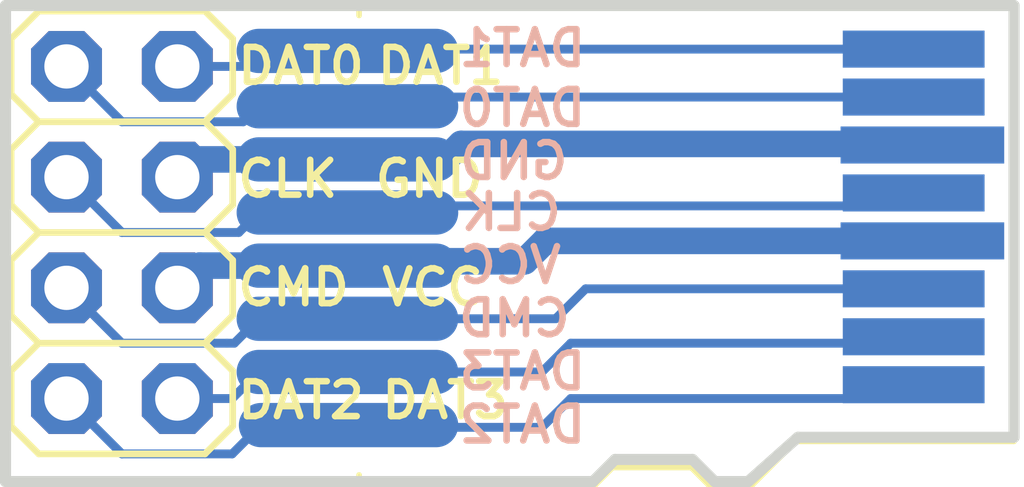
<source format=kicad_pcb>
(kicad_pcb (version 20240108) (generator "pcbnew") (generator_version "8.0")
  (layers (0 "F.Cu" signal) (1 "In1.Cu" signal) (2 "In2.Cu" signal) (3 "In3.Cu" signal) (4 "In4.Cu" signal) (5 "In5.Cu" signal) (6 "In6.Cu" signal) (7 "In7.Cu" signal) (8 "In8.Cu" signal) (9 "In9.Cu" signal) (10 "In10.Cu" signal) (11 "In11.Cu" signal) (12 "In12.Cu" signal) (13 "In13.Cu" signal) (14 "In14.Cu" signal) (31 "B.Cu" signal) (34 "B.Paste" user) (35 "F.Paste" user) (36 "B.SilkS" user "B.Silkscreen") (37 "F.SilkS" user "F.Silkscreen") (38 "B.Mask" user) (39 "F.Mask" user) (44 "Edge.Cuts" user))
  (net 0 "")
  (net 1 "VCC")
  (net 2 "DAT1")
  (net 3 "DAT0")
  (net 4 "CLK")
  (net 5 "CMD")
  (net 6 "CD/DAT3")
  (net 7 "DAT2")
  (net 8 "GND")
  (footprint "SparkFun_MicroSD_Sniffer:SPARKFUN_MICRO-SDCARD" (layer "F.Cu") (at 160.0581 109.7026 90)
    (property "Reference" "U1" (hide yes))
    (property "Value" "SPARKFUN_MICRO-SDCARD" (hide yes))
    (fp_line (start 9.9314 -15.0114) (end 10.16 -15.0114) (stroke (width 0.127)) (layer "F.SilkS"))
    (fp_line (start -0.8382 -15.0114) (end -0.6096 -15.0114) (stroke (width 0.127)) (layer "F.SilkS"))
    (fp_line (start -0.84 -15) (end -0.84 -9.6) (stroke (width 0.127)) (layer "F.SilkS"))
    (fp_line (start -0.84 -9.6) (end -0.44 -9.2) (stroke (width 0.127)) (layer "F.SilkS"))
    (fp_line (start -0.44 -9.2) (end -0.44 -7.4) (stroke (width 0.127)) (layer "F.SilkS"))
    (fp_line (start -0.44 -7.4) (end -0.84 -7) (stroke (width 0.127)) (layer "F.SilkS"))
    (fp_line (start -0.84 -7) (end -0.84 -6) (stroke (width 0.127)) (layer "F.SilkS"))
    (fp_line (start -0.84 -6) (end 0.16 -5) (stroke (width 0.127)) (layer "F.SilkS"))
    (fp_line (start 0.16 -5) (end 0.16 0) (stroke (width 0.127)) (layer "F.SilkS"))
    (fp_line (start 10.16 0) (end 10.16 -15) (stroke (width 0.127)) (layer "F.SilkS"))
    (fp_line (start 0.16 0) (end 10.16 0) (stroke (width 0.127)) (layer "F.SilkS"))
    (pad "CD/DAT3" smd rect (at 2.56 -2.3 90) (size 0.85 3.25) (layers "B.Cu" "B.Paste" "B.Mask") (net 6 "CD/DAT3"))
    (pad "CLK" smd rect (at 5.86 -2.3 90) (size 0.85 3.25) (layers "B.Cu" "B.Paste" "B.Mask") (net 4 "CLK"))
    (pad "CMD" smd rect (at 3.66 -2.3 90) (size 0.85 3.25) (layers "B.Cu" "B.Paste" "B.Mask") (net 5 "CMD"))
    (pad "DAT0" smd rect (at 8.06 -2.3 90) (size 0.85 3.25) (layers "B.Cu" "B.Paste" "B.Mask") (net 3 "DAT0"))
    (pad "DAT1" smd rect (at 9.16 -2.3 90) (size 0.85 3.25) (layers "B.Cu" "B.Paste" "B.Mask") (net 2 "DAT1"))
    (pad "DAT2" smd rect (at 1.46 -2.3 90) (size 0.85 3.25) (layers "B.Cu" "B.Paste" "B.Mask") (net 7 "DAT2"))
    (pad "GND" smd rect (at 6.96 -2.1 270) (size 0.85 3.75) (layers "B.Cu" "B.Paste" "B.Mask") (net 8 "GND"))
    (pad "VCC" smd rect (at 4.76 -2.1 90) (size 0.85 3.75) (layers "B.Cu" "B.Paste" "B.Mask") (net 1 "VCC"))
  )
  (footprint "SparkFun_MicroSD_Sniffer:2X04" (layer "F.Cu") (at 139.6111 104.7496 -90)
    (property "Reference" "JP1" (hide yes))
    (property "Value" "" (hide yes))
    (fp_line (start -4.445 2.54) (end -3.175 2.54) (stroke (width 0.1524)) (layer "F.SilkS"))
    (fp_line (start -3.175 2.54) (end -2.54 1.905) (stroke (width 0.1524)) (layer "F.SilkS"))
    (fp_line (start -1.905 2.54) (end -0.635 2.54) (stroke (width 0.1524)) (layer "F.SilkS"))
    (fp_line (start -0.635 2.54) (end 0 1.905) (stroke (width 0.1524)) (layer "F.SilkS"))
    (fp_line (start 0.635 2.54) (end 1.905 2.54) (stroke (width 0.1524)) (layer "F.SilkS"))
    (fp_line (start 1.905 2.54) (end 2.54 1.905) (stroke (width 0.1524)) (layer "F.SilkS"))
    (fp_line (start 3.175 2.54) (end 4.445 2.54) (stroke (width 0.1524)) (layer "F.SilkS"))
    (fp_line (start 4.445 2.54) (end 5.08 1.905) (stroke (width 0.1524)) (layer "F.SilkS"))
    (fp_line (start -5.08 1.905) (end -4.445 2.54) (stroke (width 0.1524)) (layer "F.SilkS"))
    (fp_line (start -5.08 1.905) (end -5.08 -1.905) (stroke (width 0.1524)) (layer "F.SilkS"))
    (fp_line (start -2.54 1.905) (end -1.905 2.54) (stroke (width 0.1524)) (layer "F.SilkS"))
    (fp_line (start 0 1.905) (end 0.635 2.54) (stroke (width 0.1524)) (layer "F.SilkS"))
    (fp_line (start 2.54 1.905) (end 3.175 2.54) (stroke (width 0.1524)) (layer "F.SilkS"))
    (fp_line (start -5.08 -1.905) (end -4.445 -2.54) (stroke (width 0.1524)) (layer "F.SilkS"))
    (fp_line (start -2.54 -1.905) (end -2.54 1.905) (stroke (width 0.1524)) (layer "F.SilkS"))
    (fp_line (start -2.54 -1.905) (end -1.905 -2.54) (stroke (width 0.1524)) (layer "F.SilkS"))
    (fp_line (start 0 -1.905) (end 0 1.905) (stroke (width 0.1524)) (layer "F.SilkS"))
    (fp_line (start 0 -1.905) (end 0.635 -2.54) (stroke (width 0.1524)) (layer "F.SilkS"))
    (fp_line (start 2.54 -1.905) (end 2.54 1.905) (stroke (width 0.1524)) (layer "F.SilkS"))
    (fp_line (start 2.54 -1.905) (end 3.175 -2.54) (stroke (width 0.1524)) (layer "F.SilkS"))
    (fp_line (start 5.08 -1.905) (end 5.08 1.905) (stroke (width 0.1524)) (layer "F.SilkS"))
    (fp_line (start -4.445 -2.54) (end -3.175 -2.54) (stroke (width 0.1524)) (layer "F.SilkS"))
    (fp_line (start -3.175 -2.54) (end -2.54 -1.905) (stroke (width 0.1524)) (layer "F.SilkS"))
    (fp_line (start -1.905 -2.54) (end -0.635 -2.54) (stroke (width 0.1524)) (layer "F.SilkS"))
    (fp_line (start -0.635 -2.54) (end 0 -1.905) (stroke (width 0.1524)) (layer "F.SilkS"))
    (fp_line (start 0.635 -2.54) (end 1.905 -2.54) (stroke (width 0.1524)) (layer "F.SilkS"))
    (fp_line (start 1.905 -2.54) (end 2.54 -1.905) (stroke (width 0.1524)) (layer "F.SilkS"))
    (fp_line (start 3.175 -2.54) (end 4.445 -2.54) (stroke (width 0.1524)) (layer "F.SilkS"))
    (fp_line (start 4.445 -2.54) (end 5.08 -1.905) (stroke (width 0.1524)) (layer "F.SilkS"))
    (pad "1" thru_hole roundrect (at -3.81 1.27 270) (size 1.6256 1.6256) (drill 1.016) (layers "*.Cu" "*.Mask") (chamfer_ratio 0.25) (chamfer top_left top_right bottom_left bottom_right) (net 3 "DAT0"))
    (pad "2" thru_hole roundrect (at -3.81 -1.27 270) (size 1.6256 1.6256) (drill 1.016) (layers "*.Cu" "*.Mask") (chamfer_ratio 0.25) (chamfer top_left top_right bottom_left bottom_right) (net 2 "DAT1"))
    (pad "3" thru_hole roundrect (at -1.27 1.27 270) (size 1.6256 1.6256) (drill 1.016) (layers "*.Cu" "*.Mask") (chamfer_ratio 0.25) (chamfer top_left top_right bottom_left bottom_right) (net 4 "CLK"))
    (pad "4" thru_hole roundrect (at -1.27 -1.27 270) (size 1.6256 1.6256) (drill 1.016) (layers "*.Cu" "*.Mask") (chamfer_ratio 0.25) (chamfer top_left top_right bottom_left bottom_right) (net 8 "GND"))
    (pad "5" thru_hole roundrect (at 1.27 1.27 270) (size 1.6256 1.6256) (drill 1.016) (layers "*.Cu" "*.Mask") (chamfer_ratio 0.25) (chamfer top_left top_right bottom_left bottom_right) (net 5 "CMD"))
    (pad "6" thru_hole roundrect (at 1.27 -1.27 270) (size 1.6256 1.6256) (drill 1.016) (layers "*.Cu" "*.Mask") (chamfer_ratio 0.25) (chamfer top_left top_right bottom_left bottom_right) (net 1 "VCC"))
    (pad "7" thru_hole roundrect (at 3.81 1.27 270) (size 1.6256 1.6256) (drill 1.016) (layers "*.Cu" "*.Mask") (chamfer_ratio 0.25) (chamfer top_left top_right bottom_left bottom_right) (net 7 "DAT2"))
    (pad "8" thru_hole roundrect (at 3.81 -1.27 270) (size 1.6256 1.6256) (drill 1.016) (layers "*.Cu" "*.Mask") (chamfer_ratio 0.25) (chamfer top_left top_right bottom_left bottom_right) (net 6 "CD/DAT3"))
  )
  (gr_line (start 152.6921 109.9566) (end 150.9141 109.9566) (stroke (width 0.254)) (layer "Edge.Cuts"))
  (gr_line (start 160.0581 109.4486) (end 155.1051 109.4486) (stroke (width 0.254)) (layer "Edge.Cuts"))
  (gr_line (start 150.4061 110.4646) (end 136.9441 110.4646) (stroke (width 0.254)) (layer "Edge.Cuts"))
  (gr_line (start 153.2001 110.4646) (end 152.6921 109.9566) (stroke (width 0.254)) (layer "Edge.Cuts"))
  (gr_line (start 160.0581 99.5426) (end 136.9441 99.5426) (stroke (width 0.254)) (layer "Edge.Cuts"))
  (gr_line (start 150.9141 109.9566) (end 150.4061 110.4646) (stroke (width 0.254)) (layer "Edge.Cuts"))
  (gr_line (start 155.1051 109.4486) (end 153.9621 110.4646) (stroke (width 0.254)) (layer "Edge.Cuts"))
  (gr_line (start 136.9441 110.4646) (end 136.9441 99.5426) (stroke (width 0.254)) (layer "Edge.Cuts"))
  (gr_line (start 153.9621 110.4646) (end 153.2001 110.4646) (stroke (width 0.254)) (layer "Edge.Cuts"))
  (gr_line (start 160.0581 99.5426) (end 160.0581 109.4486) (stroke (width 0.254)) (layer "Edge.Cuts"))
  (gr_text "DAT1" (at 150.3172 100.9904 0) (layer "B.SilkS") (effects (font (size 0.8 0.8)) (justify left bottom mirror)))
  (gr_text "DAT0" (at 150.3172 102.362 0) (layer "B.SilkS") (effects (font (size 0.8 0.8)) (justify left bottom mirror)))
  (gr_text "CMD" (at 149.9616 107.188 0) (layer "B.SilkS") (effects (font (size 0.8 0.8)) (justify left bottom mirror)))
  (gr_text "DAT3" (at 150.3172 108.4072 0) (layer "B.SilkS") (effects (font (size 0.8 0.8)) (justify left bottom mirror)))
  (gr_text "CLK" (at 149.7584 104.7496 0) (layer "B.SilkS") (effects (font (size 0.8 0.8)) (justify left bottom mirror)))
  (gr_text "GND" (at 149.9108 103.5812 0) (layer "B.SilkS") (effects (font (size 0.8 0.8)) (justify left bottom mirror)))
  (gr_text "VCC" (at 149.7584 105.9688 0) (layer "B.SilkS") (effects (font (size 0.8 0.8)) (justify left bottom mirror)))
  (gr_text "DAT2" (at 150.3172 109.6264 0) (layer "B.SilkS") (effects (font (size 0.8 0.8)) (justify left bottom mirror)))
  (gr_text "DAT0" (at 142.1892 101.3968 0) (layer "F.SilkS") (effects (font (size 0.8 0.8)) (justify left bottom)))
  (gr_text "GND" (at 145.3388 103.9876 0) (layer "F.SilkS") (effects (font (size 0.8 0.8)) (justify left bottom)))
  (gr_text "VCC" (at 145.4912 106.4768 0) (layer "F.SilkS") (effects (font (size 0.8 0.8)) (justify left bottom)))
  (gr_text "CLK" (at 142.1892 103.9876 0) (layer "F.SilkS") (effects (font (size 0.8 0.8)) (justify left bottom)))
  (gr_text "CMD" (at 142.1892 106.4768 0) (layer "F.SilkS") (effects (font (size 0.8 0.8)) (justify left bottom)))
  (gr_text "DAT1" (at 145.3896 101.3968 0) (layer "F.SilkS") (effects (font (size 0.8 0.8)) (justify left bottom)))
  (gr_text "DAT2" (at 142.1892 109.0676 0) (layer "F.SilkS") (effects (font (size 0.8 0.8)) (justify left bottom)))
  (gr_text "DAT3" (at 145.4912 109.0676 0) (layer "F.SilkS") (effects (font (size 0.8 0.8)) (justify left bottom)))
  (segment (start 146.812 105.51016) (end 142.748 105.51016) (width 1.016) (layer "B.Cu") (net 1))
  (segment (start 141.39054 105.51016) (end 142.748 105.51016) (width 0.6096) (layer "B.Cu") (net 1))
  (segment (start 149.3114 104.9426) (end 157.9581 104.9426) (width 0.6096) (layer "B.Cu") (net 1))
  (segment (start 148.844 105.41) (end 149.3114 104.9426) (width 0.6096) (layer "B.Cu") (net 1))
  (segment (start 140.8811 106.0196) (end 141.39054 105.51016) (width 0.6096) (layer "B.Cu") (net 1))
  (segment (start 146.812 105.41) (end 148.844 105.41) (width 0.6096) (layer "B.Cu") (net 1))
  (segment (start 142.748 100.584) (end 142.3924 100.9396) (width 0.2032) (layer "B.Cu") (net 2))
  (segment (start 146.8534 100.5426) (end 157.7581 100.5426) (width 0.2032) (layer "B.Cu") (net 2))
  (segment (start 146.812 100.584) (end 146.8534 100.5426) (width 0.2032) (layer "B.Cu") (net 2))
  (segment (start 142.3924 100.9396) (end 140.8811 100.9396) (width 0.2032) (layer "B.Cu") (net 2))
  (segment (start 146.812 100.584) (end 142.748 100.584) (width 1.016) (layer "B.Cu") (net 2))
  (segment (start 142.748 101.854) (end 142.3924 102.2096) (width 0.2032) (layer "B.Cu") (net 3))
  (segment (start 146.812 101.854) (end 147.0234 101.6426) (width 0.2032) (layer "B.Cu") (net 3))
  (segment (start 139.6111 102.2096) (end 138.3411 100.9396) (width 0.2032) (layer "B.Cu") (net 3))
  (segment (start 147.0234 101.6426) (end 157.7581 101.6426) (width 0.2032) (layer "B.Cu") (net 3))
  (segment (start 142.3924 102.2096) (end 139.6111 102.2096) (width 0.2032) (layer "B.Cu") (net 3))
  (segment (start 142.748 101.854) (end 146.812 101.854) (width 1.016) (layer "B.Cu") (net 3))
  (segment (start 157.7581 103.8426) (end 157.4607 104.14) (width 0.2032) (layer "B.Cu") (net 4))
  (segment (start 142.28984 104.7496) (end 139.6111 104.7496) (width 0.2032) (layer "B.Cu") (net 4))
  (segment (start 139.6111 104.7496) (end 138.3411 103.4796) (width 0.2032) (layer "B.Cu") (net 4))
  (segment (start 142.748 104.29144) (end 142.28984 104.7496) (width 0.2032) (layer "B.Cu") (net 4))
  (segment (start 157.4607 104.14) (end 146.96344 104.14) (width 0.2032) (layer "B.Cu") (net 4))
  (segment (start 146.96344 104.14) (end 146.812 104.29144) (width 0.2032) (layer "B.Cu") (net 4))
  (segment (start 146.812 104.29144) (end 142.748 104.29144) (width 1.016) (layer "B.Cu") (net 4))
  (segment (start 139.6111 107.2896) (end 142.01775 107.2896) (width 0.2032) (layer "B.Cu") (net 5))
  (segment (start 157.7581 106.0426) (end 150.2386 106.0426) (width 0.2032) (layer "B.Cu") (net 5))
  (segment (start 138.3411 106.0196) (end 139.6111 107.2896) (width 0.2032) (layer "B.Cu") (net 5))
  (segment (start 142.18728 107.2896) (end 142.748 106.72888) (width 0.2032) (layer "B.Cu") (net 5))
  (segment (start 149.55232 106.72888) (end 150.2386 106.0426) (width 0.2032) (layer "B.Cu") (net 5))
  (segment (start 142.748 106.72888) (end 146.812 106.72888) (width 1.016) (layer "B.Cu") (net 5))
  (segment (start 142.01775 107.2896) (end 142.18728 107.2896) (width 0.2032) (layer "B.Cu") (net 5))
  (segment (start 146.812 106.72888) (end 149.55232 106.72888) (width 0.2032) (layer "B.Cu") (net 5))
  (segment (start 149.2377 107.95) (end 149.8981 107.2896) (width 0.2032) (layer "B.Cu") (net 6))
  (segment (start 142.1384 108.5596) (end 140.8811 108.5596) (width 0.2032) (layer "B.Cu") (net 6))
  (segment (start 146.812 107.95) (end 149.2377 107.95) (width 0.2032) (layer "B.Cu") (net 6))
  (segment (start 149.8981 107.2896) (end 157.6111 107.2896) (width 0.2032) (layer "B.Cu") (net 6))
  (segment (start 146.812 107.95) (end 142.748 107.95) (width 1.016) (layer "B.Cu") (net 6))
  (segment (start 157.6111 107.2896) (end 157.7581 107.1426) (width 0.2032) (layer "B.Cu") (net 6))
  (segment (start 142.748 107.95) (end 142.1384 108.5596) (width 0.2032) (layer "B.Cu") (net 6))
  (segment (start 149.8981 108.5596) (end 157.4411 108.5596) (width 0.2032) (layer "B.Cu") (net 7))
  (segment (start 139.6111 109.8296) (end 138.3411 108.5596) (width 0.2032) (layer "B.Cu") (net 7))
  (segment (start 149.2377 109.22) (end 149.8981 108.5596) (width 0.2032) (layer "B.Cu") (net 7))
  (segment (start 146.812 109.22) (end 149.2377 109.22) (width 0.2032) (layer "B.Cu") (net 7))
  (segment (start 142.748 109.22) (end 142.1384 109.8296) (width 0.2032) (layer "B.Cu") (net 7))
  (segment (start 157.4411 108.5596) (end 157.7581 108.2426) (width 0.2032) (layer "B.Cu") (net 7))
  (segment (start 142.79928 109.16872) (end 146.812 109.16872) (width 1.016) (layer "B.Cu") (net 7))
  (segment (start 142.1384 109.8296) (end 139.6111 109.8296) (width 0.2032) (layer "B.Cu") (net 7))
  (segment (start 146.978162 103.124) (end 147.384562 102.7176) (width 0.6096) (layer "B.Cu") (net 8))
  (segment (start 142.748 103.07272) (end 146.812 103.07272) (width 1.016) (layer "B.Cu") (net 8))
  (segment (start 141.28798 103.07272) (end 142.748 103.07272) (width 0.6096) (layer "B.Cu") (net 8))
  (segment (start 140.8811 103.4796) (end 141.28798 103.07272) (width 0.6096) (layer "B.Cu") (net 8))
  (segment (start 147.384562 102.7176) (end 157.3911 102.7176) (width 0.6096) (layer "B.Cu") (net 8))
)
</source>
